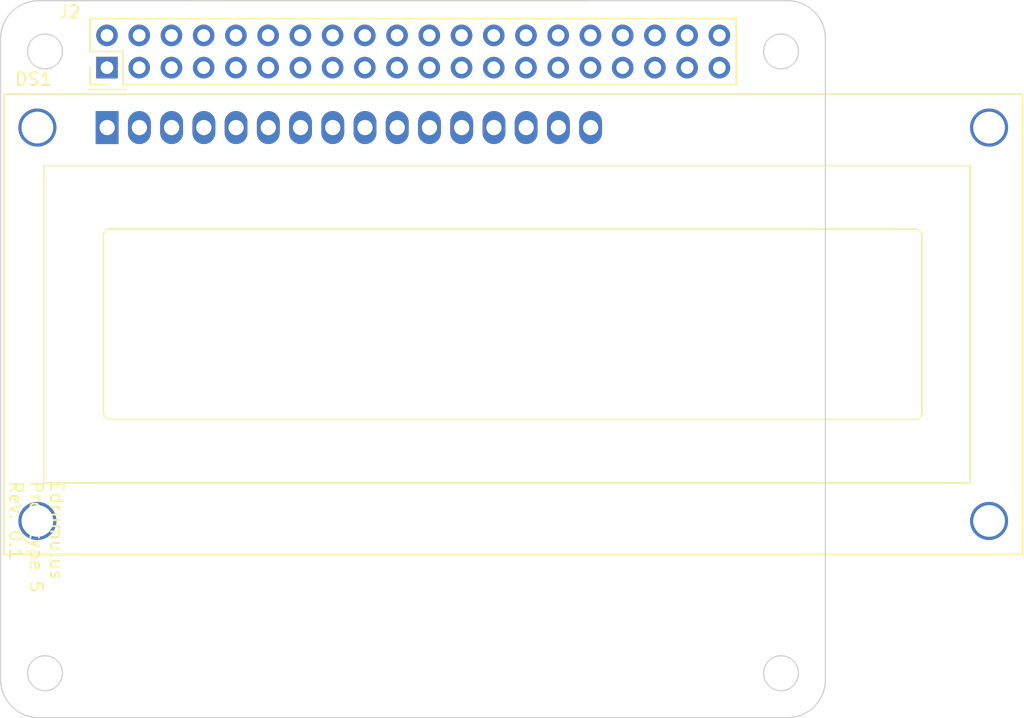
<source format=kicad_pcb>
(kicad_pcb (version 20211014) (generator pcbnew)
  (layers (0 "F.Cu" power) (31 "B.Cu" power) (34 "B.Paste" user) (35 "F.Paste" user) (36 "B.SilkS" user "B.Silkscreen") (37 "F.SilkS" user "F.Silkscreen") (38 "B.Mask" user) (39 "F.Mask" user) (44 "Edge.Cuts" user))
  (net 0 "")
  (net 1 "GND")
  (net 15 "RASPI-VIN")
  (net 20 "PI-GPIO4")
  (net 29 "PI-GPIO9")
  (net 40 "ESP-UART0-TX")
  (net 41 "ESP-UART0-RX")
  (footprint "Connector_PinHeader_2.54mm:PinHeader_2x20_P2.54mm_Vertical" (layer "F.Cu") (at 114.94664 78.386211 90)
    (fp_text reference "J2" (at 4.386211 -2.94664 180) (layer "F.SilkS"))
    (fp_text value "Raspberry Pi GPIO pins" hide)
    (fp_line (start -1.33 49.59) (end 3.87 49.59) (layer "F.SilkS") (width 0.12))
    (fp_line (start 1.27 1.27) (end 1.27 -1.33) (layer "F.SilkS") (width 0.12))
    (fp_line (start -1.33 -1.33) (end 0 -1.33) (layer "F.SilkS") (width 0.12))
    (fp_line (start -1.33 1.27) (end 1.27 1.27) (layer "F.SilkS") (width 0.12))
    (fp_line (start -1.33 1.27) (end -1.33 49.59) (layer "F.SilkS") (width 0.12))
    (fp_line (start 3.87 -1.33) (end 3.87 49.59) (layer "F.SilkS") (width 0.12))
    (fp_line (start 1.27 -1.33) (end 3.87 -1.33) (layer "F.SilkS") (width 0.12))
    (fp_line (start -1.33 0) (end -1.33 -1.33) (layer "F.SilkS") (width 0.12))
    (pad "1" thru_hole rect locked (at 0 0 90) (size 1.7 1.7) (drill 1) (layers *.Cu *.Mask))
    (pad "2" thru_hole oval locked (at 2.54 0 90) (size 1.7 1.7) (drill 1) (layers *.Cu *.Mask) (net 15 "RASPI-VIN"))
    (pad "3" thru_hole oval locked (at 0 2.54 90) (size 1.7 1.7) (drill 1) (layers *.Cu *.Mask))
    (pad "4" thru_hole oval locked (at 2.54 2.54 90) (size 1.7 1.7) (drill 1) (layers *.Cu *.Mask) (net 15 "RASPI-VIN"))
    (pad "5" thru_hole oval locked (at 0 5.08 90) (size 1.7 1.7) (drill 1) (layers *.Cu *.Mask))
    (pad "6" thru_hole oval locked (at 2.54 5.08 90) (size 1.7 1.7) (drill 1) (layers *.Cu *.Mask) (net 1 "GND"))
    (pad "7" thru_hole oval locked (at 0 7.62 90) (size 1.7 1.7) (drill 1) (layers *.Cu *.Mask) (net 20 "PI-GPIO4"))
    (pad "8" thru_hole oval locked (at 2.54 7.62 90) (size 1.7 1.7) (drill 1) (layers *.Cu *.Mask) (net 41 "ESP-UART0-RX"))
    (pad "9" thru_hole oval locked (at 0 10.16 90) (size 1.7 1.7) (drill 1) (layers *.Cu *.Mask) (net 1 "GND"))
    (pad "10" thru_hole oval locked (at 2.54 10.16 90) (size 1.7 1.7) (drill 1) (layers *.Cu *.Mask) (net 40 "ESP-UART0-TX"))
    (pad "11" thru_hole oval locked (at 0 12.7 90) (size 1.7 1.7) (drill 1) (layers *.Cu *.Mask))
    (pad "12" thru_hole oval locked (at 2.54 12.7 90) (size 1.7 1.7) (drill 1) (layers *.Cu *.Mask))
    (pad "13" thru_hole oval locked (at 0 15.24 90) (size 1.7 1.7) (drill 1) (layers *.Cu *.Mask))
    (pad "14" thru_hole oval locked (at 2.54 15.24 90) (size 1.7 1.7) (drill 1) (layers *.Cu *.Mask) (net 1 "GND"))
    (pad "15" thru_hole oval locked (at 0 17.78 90) (size 1.7 1.7) (drill 1) (layers *.Cu *.Mask))
    (pad "16" thru_hole oval locked (at 2.54 17.78 90) (size 1.7 1.7) (drill 1) (layers *.Cu *.Mask))
    (pad "17" thru_hole oval locked (at 0 20.32 90) (size 1.7 1.7) (drill 1) (layers *.Cu *.Mask))
    (pad "18" thru_hole oval locked (at 2.54 20.32 90) (size 1.7 1.7) (drill 1) (layers *.Cu *.Mask))
    (pad "19" thru_hole oval locked (at 0 22.86 90) (size 1.7 1.7) (drill 1) (layers *.Cu *.Mask))
    (pad "20" thru_hole oval locked (at 2.54 22.86 90) (size 1.7 1.7) (drill 1) (layers *.Cu *.Mask) (net 1 "GND"))
    (pad "21" thru_hole oval locked (at 0 25.4 90) (size 1.7 1.7) (drill 1) (layers *.Cu *.Mask) (net 29 "PI-GPIO9"))
    (pad "22" thru_hole oval locked (at 2.54 25.4 90) (size 1.7 1.7) (drill 1) (layers *.Cu *.Mask))
    (pad "23" thru_hole oval locked (at 0 27.94 90) (size 1.7 1.7) (drill 1) (layers *.Cu *.Mask))
    (pad "24" thru_hole oval locked (at 2.54 27.94 90) (size 1.7 1.7) (drill 1) (layers *.Cu *.Mask))
    (pad "25" thru_hole oval locked (at 0 30.48 90) (size 1.7 1.7) (drill 1) (layers *.Cu *.Mask) (net 1 "GND"))
    (pad "26" thru_hole oval locked (at 2.54 30.48 90) (size 1.7 1.7) (drill 1) (layers *.Cu *.Mask))
    (pad "27" thru_hole oval locked (at 0 33.02 90) (size 1.7 1.7) (drill 1) (layers *.Cu *.Mask))
    (pad "28" thru_hole oval locked (at 2.54 33.02 90) (size 1.7 1.7) (drill 1) (layers *.Cu *.Mask))
    (pad "29" thru_hole oval locked (at 0 35.56 90) (size 1.7 1.7) (drill 1) (layers *.Cu *.Mask))
    (pad "30" thru_hole oval locked (at 2.54 35.56 90) (size 1.7 1.7) (drill 1) (layers *.Cu *.Mask) (net 1 "GND"))
    (pad "31" thru_hole oval locked (at 0 38.1 90) (size 1.7 1.7) (drill 1) (layers *.Cu *.Mask))
    (pad "32" thru_hole oval locked (at 2.54 38.1 90) (size 1.7 1.7) (drill 1) (layers *.Cu *.Mask))
    (pad "33" thru_hole oval locked (at 0 40.64 90) (size 1.7 1.7) (drill 1) (layers *.Cu *.Mask))
    (pad "34" thru_hole oval locked (at 2.54 40.64 90) (size 1.7 1.7) (drill 1) (layers *.Cu *.Mask) (net 1 "GND"))
    (pad "35" thru_hole oval locked (at 0 43.18 90) (size 1.7 1.7) (drill 1) (layers *.Cu *.Mask))
    (pad "36" thru_hole oval locked (at 2.54 43.18 90) (size 1.7 1.7) (drill 1) (layers *.Cu *.Mask))
    (pad "37" thru_hole oval locked (at 0 45.72 90) (size 1.7 1.7) (drill 1) (layers *.Cu *.Mask))
    (pad "38" thru_hole oval locked (at 2.54 45.72 90) (size 1.7 1.7) (drill 1) (layers *.Cu *.Mask))
    (pad "39" thru_hole oval locked (at 0 48.26 90) (size 1.7 1.7) (drill 1) (layers *.Cu *.Mask) (net 1 "GND"))
    (pad "40" thru_hole oval locked (at 2.54 48.26 90) (size 1.7 1.7) (drill 1) (layers *.Cu *.Mask))
  )
  (footprint "Display:WC1602A" (layer "F.Cu") (at 114.9604 83.1088)
    (fp_text reference "DS1" (at -5.82 -3.81) (layer "F.SilkS"))
    (fp_text value "WC1602A")
    (fp_line (start -1.5 -3) (end 1.5 -3) (layer "F.SilkS") (width 0.12))
    (fp_line (start -8.14 -2.64) (end -8.14 33.64) (layer "F.SilkS") (width 0.12))
    (fp_line (start -8.14 33.64) (end 72.14 33.64) (layer "F.SilkS") (width 0.12))
    (fp_line (start -5 28) (end -5 3) (layer "F.SilkS") (width 0.12))
    (fp_line (start 68 28) (end -5 28) (layer "F.SilkS") (width 0.12))
    (fp_line (start 72.14 -2.64) (end -7.34 -2.64) (layer "F.SilkS") (width 0.12))
    (fp_line (start -5 3) (end 68 3) (layer "F.SilkS") (width 0.12))
    (fp_line (start 72.14 33.64) (end 72.14 -2.64) (layer "F.SilkS") (width 0.12))
    (fp_line (start 0.2 8) (end 63.7 8) (layer "F.SilkS") (width 0.12))
    (fp_line (start -0.29972 22.49932) (end -0.29972 8.5) (layer "F.SilkS") (width 0.12))
    (fp_line (start -8.13 -2.64) (end -7.34 -2.64) (layer "F.SilkS") (width 0.12))
    (fp_line (start 64.2 8.5) (end 64.2 22.5) (layer "F.SilkS") (width 0.12))
    (fp_line (start 68 3) (end 68 28) (layer "F.SilkS") (width 0.12))
    (fp_line (start 63.70066 23) (end 0.2 23) (layer "F.SilkS") (width 0.12))
    (fp_arc (start 64.20104 22.49932) (mid 64.054482 22.853142) (end 63.70066 22.9997) (layer "F.SilkS") (width 0.12))
    (fp_arc (start -0.29972 8.49884) (mid -0.153162 8.145018) (end 0.20066 7.99846) (layer "F.SilkS") (width 0.12))
    (fp_arc (start 0.20066 22.9997) (mid -0.153162 22.853142) (end -0.29972 22.49932) (layer "F.SilkS") (width 0.12))
    (fp_arc (start 63.7 8) (mid 64.053553 8.146447) (end 64.2 8.5) (layer "F.SilkS") (width 0.12))
    (pad "" thru_hole circle (at -5.4991 0) (size 3 3) (drill 2.5) (layers *.Cu *.Mask))
    (pad "" thru_hole circle (at 69.5 0) (size 3 3) (drill 2.5) (layers *.Cu *.Mask))
    (pad "" thru_hole circle (at -5.4991 31.0007) (size 3 3) (drill 2.5) (layers *.Cu *.Mask))
    (pad "" thru_hole circle (at 69.49948 31.0007) (size 3 3) (drill 2.5) (layers *.Cu *.Mask))
    (pad "1" thru_hole rect (at 0 0) (size 1.8 2.6) (drill 1.2) (layers *.Cu *.Mask))
    (pad "2" thru_hole oval (at 2.54 0) (size 1.8 2.6) (drill 1.2) (layers *.Cu *.Mask))
    (pad "3" thru_hole oval (at 5.08 0) (size 1.8 2.6) (drill 1.2) (layers *.Cu *.Mask))
    (pad "4" thru_hole oval (at 7.62 0) (size 1.8 2.6) (drill 1.2) (layers *.Cu *.Mask))
    (pad "5" thru_hole oval (at 10.16 0) (size 1.8 2.6) (drill 1.2) (layers *.Cu *.Mask))
    (pad "6" thru_hole oval (at 12.7 0) (size 1.8 2.6) (drill 1.2) (layers *.Cu *.Mask))
    (pad "7" thru_hole oval (at 15.24 0) (size 1.8 2.6) (drill 1.2) (layers *.Cu *.Mask))
    (pad "8" thru_hole oval (at 17.78 0) (size 1.8 2.6) (drill 1.2) (layers *.Cu *.Mask))
    (pad "9" thru_hole oval (at 20.32 0) (size 1.8 2.6) (drill 1.2) (layers *.Cu *.Mask))
    (pad "10" thru_hole oval (at 22.86 0) (size 1.8 2.6) (drill 1.2) (layers *.Cu *.Mask))
    (pad "11" thru_hole oval (at 25.4 0) (size 1.8 2.6) (drill 1.2) (layers *.Cu *.Mask))
    (pad "12" thru_hole oval (at 27.94 0) (size 1.8 2.6) (drill 1.2) (layers *.Cu *.Mask))
    (pad "13" thru_hole oval (at 30.48 0) (size 1.8 2.6) (drill 1.2) (layers *.Cu *.Mask))
    (pad "14" thru_hole oval (at 33.02 0) (size 1.8 2.6) (drill 1.2) (layers *.Cu *.Mask))
    (pad "15" thru_hole oval (at 35.56 0) (size 1.8 2.6) (drill 1.2) (layers *.Cu *.Mask))
    (pad "16" thru_hole oval (at 38.1 0) (size 1.8 2.6) (drill 1.2) (layers *.Cu *.Mask))
  )
  (gr_line locked (start 109.566816 129.608296) (end 168.565116 129.609029) (layer "Edge.Cuts") (width 0.1))
  (gr_circle locked (center 110.061027 77.108435) (end 111.436027 77.108435) (layer "Edge.Cuts") (width 0.1) (fill none))
  (gr_arc locked (start 171.562629 126.608407) (mid 170.685238 128.72944) (end 168.565116 129.609029) (layer "Edge.Cuts") (width 0.1))
  (gr_line locked (start 109.563996 73.111134) (end 168.561725 73.106262) (layer "Edge.Cuts") (width 0.1))
  (gr_arc locked (start 106.566483 76.111756) (mid 107.443874 73.990723) (end 109.563996 73.111134) (layer "Edge.Cuts") (width 0.1))
  (gr_circle locked (center 110.062863 126.108162) (end 111.437863 126.108162) (layer "Edge.Cuts") (width 0.1) (fill none))
  (gr_line locked (start 171.562629 126.608407) (end 171.562347 76.103775) (layer "Edge.Cuts") (width 0.1))
  (gr_arc locked (start 168.561725 73.106262) (mid 170.682758 73.983653) (end 171.562347 76.103775) (layer "Edge.Cuts") (width 0.1))
  (gr_circle locked (center 168.062863 77.108162) (end 169.437863 77.108162) (layer "Edge.Cuts") (width 0.1) (fill none))
  (gr_line locked (start 106.566483 76.111756) (end 106.566194 126.610783) (layer "Edge.Cuts") (width 0.1))
  (gr_arc locked (start 109.566816 129.608296) (mid 107.445783 128.730905) (end 106.566194 126.610783) (layer "Edge.Cuts") (width 0.1))
  (gr_circle locked (center 168.062863 126.108162) (end 169.437863 126.108162) (layer "Edge.Cuts") (width 0.1) (fill none))
  (gr_text "Edrumulus\nPrototype 5\nRev. 0.1" (at 109.3724 110.8456 270) (layer "F.SilkS") (effects (font (size 1 1)) (justify left)))
)
</source>
